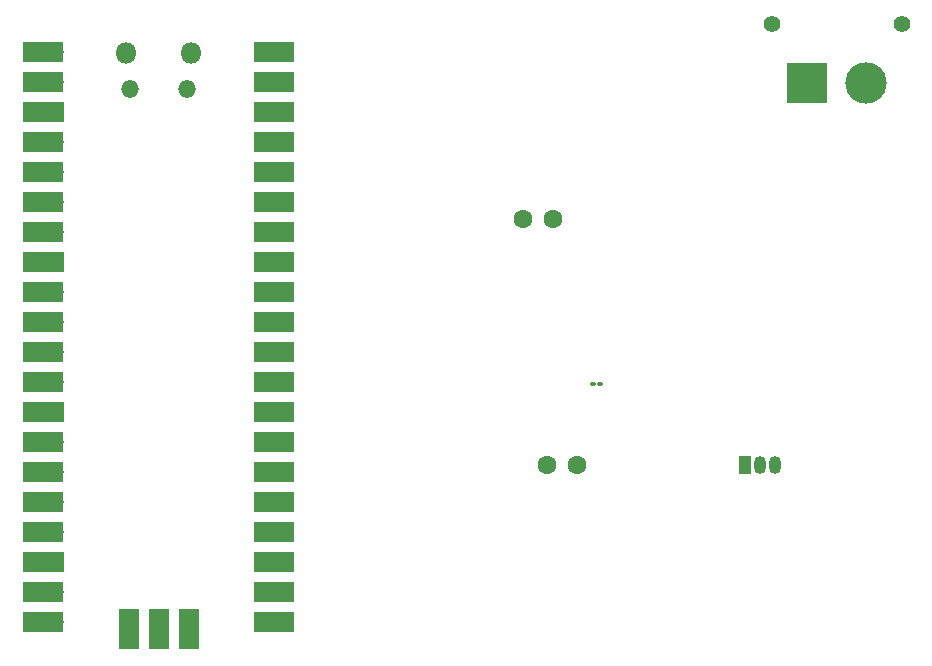
<source format=gbr>
%TF.GenerationSoftware,KiCad,Pcbnew,8.0.0*%
%TF.CreationDate,2024-03-31T23:42:56-03:00*%
%TF.ProjectId,circuito,63697263-7569-4746-9f2e-6b696361645f,rev?*%
%TF.SameCoordinates,Original*%
%TF.FileFunction,Soldermask,Top*%
%TF.FilePolarity,Negative*%
%FSLAX46Y46*%
G04 Gerber Fmt 4.6, Leading zero omitted, Abs format (unit mm)*
G04 Created by KiCad (PCBNEW 8.0.0) date 2024-03-31 23:42:56*
%MOMM*%
%LPD*%
G01*
G04 APERTURE LIST*
G04 Aperture macros list*
%AMRoundRect*
0 Rectangle with rounded corners*
0 $1 Rounding radius*
0 $2 $3 $4 $5 $6 $7 $8 $9 X,Y pos of 4 corners*
0 Add a 4 corners polygon primitive as box body*
4,1,4,$2,$3,$4,$5,$6,$7,$8,$9,$2,$3,0*
0 Add four circle primitives for the rounded corners*
1,1,$1+$1,$2,$3*
1,1,$1+$1,$4,$5*
1,1,$1+$1,$6,$7*
1,1,$1+$1,$8,$9*
0 Add four rect primitives between the rounded corners*
20,1,$1+$1,$2,$3,$4,$5,0*
20,1,$1+$1,$4,$5,$6,$7,0*
20,1,$1+$1,$6,$7,$8,$9,0*
20,1,$1+$1,$8,$9,$2,$3,0*%
G04 Aperture macros list end*
%ADD10RoundRect,0.100000X-0.130000X-0.100000X0.130000X-0.100000X0.130000X0.100000X-0.130000X0.100000X0*%
%ADD11C,1.400000*%
%ADD12R,3.500000X3.500000*%
%ADD13C,3.500000*%
%ADD14R,1.050000X1.500000*%
%ADD15O,1.050000X1.500000*%
%ADD16C,1.600000*%
%ADD17O,1.800000X1.800000*%
%ADD18O,1.500000X1.500000*%
%ADD19O,1.700000X1.700000*%
%ADD20R,3.500000X1.700000*%
%ADD21R,1.700000X1.700000*%
%ADD22R,1.700000X3.500000*%
G04 APERTURE END LIST*
D10*
%TO.C,D1*%
X147335000Y-78000000D03*
X147975000Y-78000000D03*
%TD*%
D11*
%TO.C,J1*%
X162500000Y-47500000D03*
X173500000Y-47500000D03*
D12*
X165500000Y-52500000D03*
D13*
X170500000Y-52500000D03*
%TD*%
D14*
%TO.C,Q1*%
X160230000Y-84860000D03*
D15*
X161500000Y-84860000D03*
X162770000Y-84860000D03*
%TD*%
D16*
%TO.C,R1*%
X141460000Y-64000000D03*
X144000000Y-64000000D03*
%TD*%
D17*
%TO.C,U1*%
X107850000Y-49970000D03*
D18*
X108150000Y-53000000D03*
X113000000Y-53000000D03*
D17*
X113300000Y-49970000D03*
D19*
X101685000Y-49840000D03*
D20*
X100785000Y-49840000D03*
D19*
X101685000Y-52380000D03*
D20*
X100785000Y-52380000D03*
D21*
X101685000Y-54920000D03*
D20*
X100785000Y-54920000D03*
D19*
X101685000Y-57460000D03*
D20*
X100785000Y-57460000D03*
D19*
X101685000Y-60000000D03*
D20*
X100785000Y-60000000D03*
D19*
X101685000Y-62540000D03*
D20*
X100785000Y-62540000D03*
D19*
X101685000Y-65080000D03*
D20*
X100785000Y-65080000D03*
D21*
X101685000Y-67620000D03*
D20*
X100785000Y-67620000D03*
D19*
X101685000Y-70160000D03*
D20*
X100785000Y-70160000D03*
D19*
X101685000Y-72700000D03*
D20*
X100785000Y-72700000D03*
D19*
X101685000Y-75240000D03*
D20*
X100785000Y-75240000D03*
D19*
X101685000Y-77780000D03*
D20*
X100785000Y-77780000D03*
D21*
X101685000Y-80320000D03*
D20*
X100785000Y-80320000D03*
D19*
X101685000Y-82860000D03*
D20*
X100785000Y-82860000D03*
D19*
X101685000Y-85400000D03*
D20*
X100785000Y-85400000D03*
D19*
X101685000Y-87940000D03*
D20*
X100785000Y-87940000D03*
D19*
X101685000Y-90480000D03*
D20*
X100785000Y-90480000D03*
D21*
X101685000Y-93020000D03*
D20*
X100785000Y-93020000D03*
D19*
X101685000Y-95560000D03*
D20*
X100785000Y-95560000D03*
D19*
X101685000Y-98100000D03*
D20*
X100785000Y-98100000D03*
D19*
X119465000Y-98100000D03*
D20*
X120365000Y-98100000D03*
D19*
X119465000Y-95560000D03*
D20*
X120365000Y-95560000D03*
D21*
X119465000Y-93020000D03*
D20*
X120365000Y-93020000D03*
D19*
X119465000Y-90480000D03*
D20*
X120365000Y-90480000D03*
D19*
X119465000Y-87940000D03*
D20*
X120365000Y-87940000D03*
D19*
X119465000Y-85400000D03*
D20*
X120365000Y-85400000D03*
D19*
X119465000Y-82860000D03*
D20*
X120365000Y-82860000D03*
D21*
X119465000Y-80320000D03*
D20*
X120365000Y-80320000D03*
D19*
X119465000Y-77780000D03*
D20*
X120365000Y-77780000D03*
D19*
X119465000Y-75240000D03*
D20*
X120365000Y-75240000D03*
D19*
X119465000Y-72700000D03*
D20*
X120365000Y-72700000D03*
D19*
X119465000Y-70160000D03*
D20*
X120365000Y-70160000D03*
D21*
X119465000Y-67620000D03*
D20*
X120365000Y-67620000D03*
D19*
X119465000Y-65080000D03*
D20*
X120365000Y-65080000D03*
D19*
X119465000Y-62540000D03*
D20*
X120365000Y-62540000D03*
D19*
X119465000Y-60000000D03*
D20*
X120365000Y-60000000D03*
D19*
X119465000Y-57460000D03*
D20*
X120365000Y-57460000D03*
D21*
X119465000Y-54920000D03*
D20*
X120365000Y-54920000D03*
D19*
X119465000Y-52380000D03*
D20*
X120365000Y-52380000D03*
D19*
X119465000Y-49840000D03*
D20*
X120365000Y-49840000D03*
D19*
X108035000Y-97870000D03*
D22*
X108035000Y-98770000D03*
D21*
X110575000Y-97870000D03*
D22*
X110575000Y-98770000D03*
D19*
X113115000Y-97870000D03*
D22*
X113115000Y-98770000D03*
%TD*%
D16*
%TO.C,R2*%
X143460000Y-84870000D03*
X146000000Y-84870000D03*
%TD*%
M02*

</source>
